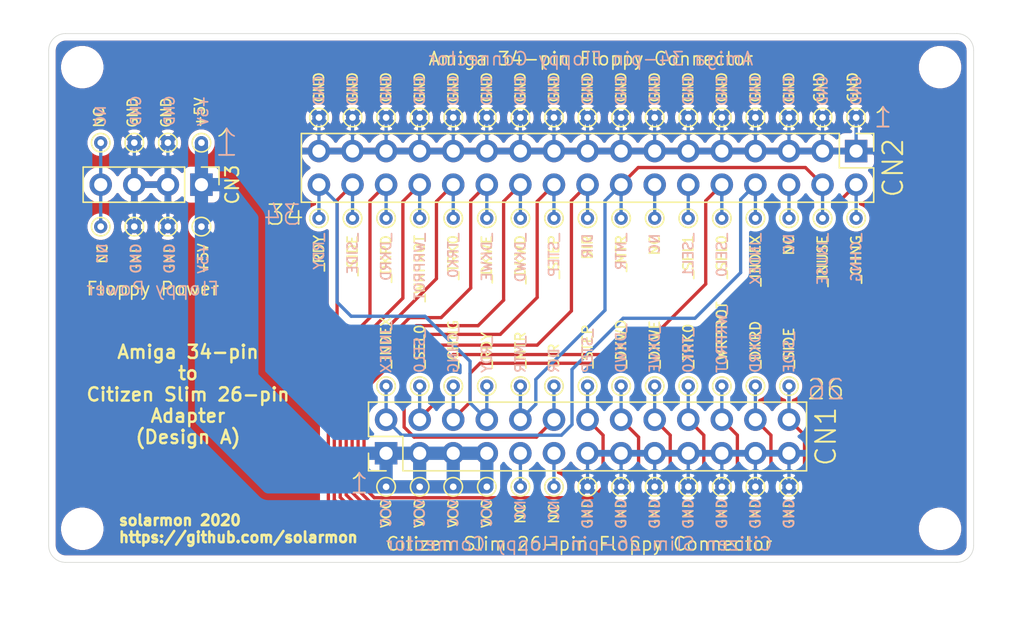
<source format=kicad_pcb>
(kicad_pcb (version 20171130) (host pcbnew "(5.1.2)-2")
  (layers (0 F.Cu signal) (31 B.Cu signal) (34 B.Paste user) (35 F.Paste user) (36 B.SilkS user) (37 F.SilkS user) (38 B.Mask user) (39 F.Mask user) (44 Edge.Cuts user))
  (net 0 "")
  (net 1 /_SIDE)
  (net 2 GND)
  (net 3 /_DKRD)
  (net 4 /_WRPROT)
  (net 5 /_TRK0)
  (net 6 /_DKWE)
  (net 7 /_DKWD)
  (net 8 /_STEP)
  (net 9 /DIR)
  (net 10 "Net-(CN1-Pad11)")
  (net 11 /_INUSE)
  (net 12 "Net-(CN1-Pad9)")
  (net 13 /_RDY)
  (net 14 VCC)
  (net 15 /_CHNG)
  (net 16 /_SEL0)
  (net 17 /_INDEX)
  (net 18 "Net-(CN2-Pad14)")
  (net 19 /_SEL1)
  (net 20 "Net-(CN2-Pad6)")
  (net 21 "Net-(CN3-Pad4)")
  (module TestPoint:TestPoint_THTPad_D1.0mm_Drill0.5mm (layer F.Cu) (at 137.16 118.11)
    (fp_text reference "" hide)
    (fp_text value TestPoint_THTPad_D1.0mm_Drill0.5mm)
    (pad "" thru_hole circle (at 0 0) (size 1 1) (drill 0.5) (layers *.Cu *.Mask) (net 2 GND))
  )
  (module TestPoint:TestPoint_THTPad_D1.0mm_Drill0.5mm (layer F.Cu) (at 139.7 118.11)
    (fp_text reference "" hide)
    (fp_text value TestPoint_THTPad_D1.0mm_Drill0.5mm)
    (pad "" thru_hole circle (at 0 0) (size 1 1) (drill 0.5) (layers *.Cu *.Mask) (net 2 GND))
  )
  (module TestPoint:TestPoint_THTPad_D1.0mm_Drill0.5mm (layer F.Cu) (at 134.62 118.11)
    (fp_text reference "" hide)
    (fp_text value TestPoint_THTPad_D1.0mm_Drill0.5mm)
    (pad "" thru_hole circle (at 0 0) (size 1 1) (drill 0.5) (layers *.Cu *.Mask) (net 2 GND))
  )
  (module TestPoint:TestPoint_THTPad_D1.0mm_Drill0.5mm (layer F.Cu) (at 132.08 118.11)
    (fp_text reference "" hide)
    (fp_text value TestPoint_THTPad_D1.0mm_Drill0.5mm)
    (pad "" thru_hole circle (at 0 0) (size 1 1) (drill 0.5) (layers *.Cu *.Mask) (net 2 GND))
  )
  (module TestPoint:TestPoint_THTPad_D1.0mm_Drill0.5mm (layer F.Cu) (at 142.24 118.11)
    (fp_text reference "" hide)
    (fp_text value TestPoint_THTPad_D1.0mm_Drill0.5mm)
    (pad "" thru_hole circle (at 0 0) (size 1 1) (drill 0.5) (layers *.Cu *.Mask) (net 2 GND))
  )
  (module TestPoint:TestPoint_THTPad_D1.0mm_Drill0.5mm (layer F.Cu) (at 144.78 118.11)
    (fp_text reference "" hide)
    (fp_text value TestPoint_THTPad_D1.0mm_Drill0.5mm)
    (pad "" thru_hole circle (at 0 0) (size 1 1) (drill 0.5) (layers *.Cu *.Mask) (net 2 GND))
  )
  (module TestPoint:TestPoint_THTPad_D1.0mm_Drill0.5mm (layer F.Cu) (at 147.32 118.11)
    (fp_text reference "" hide)
    (fp_text value TestPoint_THTPad_D1.0mm_Drill0.5mm)
    (pad "" thru_hole circle (at 0 0) (size 1 1) (drill 0.5) (layers *.Cu *.Mask) (net 2 GND))
  )
  (module TestPoint:TestPoint_THTPad_D1.0mm_Drill0.5mm (layer F.Cu) (at 129.54 118.11)
    (fp_text reference "" hide)
    (fp_text value TestPoint_THTPad_D1.0mm_Drill0.5mm)
    (pad "" thru_hole circle (at 0 0) (size 1 1) (drill 0.5) (layers *.Cu *.Mask))
  )
  (module TestPoint:TestPoint_THTPad_D1.0mm_Drill0.5mm (layer F.Cu) (at 119.38 118.11)
    (fp_text reference "" hide)
    (fp_text value TestPoint_THTPad_D1.0mm_Drill0.5mm)
    (pad "" thru_hole circle (at 0 0) (size 1 1) (drill 0.5) (layers *.Cu *.Mask) (net 14 VCC))
  )
  (module TestPoint:TestPoint_THTPad_D1.0mm_Drill0.5mm (layer F.Cu) (at 116.84 118.11)
    (fp_text reference "" hide)
    (fp_text value TestPoint_THTPad_D1.0mm_Drill0.5mm)
    (pad "" thru_hole circle (at 0 0) (size 1 1) (drill 0.5) (layers *.Cu *.Mask) (net 14 VCC))
  )
  (module TestPoint:TestPoint_THTPad_D1.0mm_Drill0.5mm (layer F.Cu) (at 121.92 118.11)
    (fp_text reference "" hide)
    (fp_text value TestPoint_THTPad_D1.0mm_Drill0.5mm)
    (pad "" thru_hole circle (at 0 0) (size 1 1) (drill 0.5) (layers *.Cu *.Mask) (net 14 VCC))
  )
  (module TestPoint:TestPoint_THTPad_D1.0mm_Drill0.5mm (layer F.Cu) (at 127 118.11)
    (fp_text reference "" hide)
    (fp_text value TestPoint_THTPad_D1.0mm_Drill0.5mm)
    (pad "" thru_hole circle (at 0 0) (size 1 1) (drill 0.5) (layers *.Cu *.Mask))
  )
  (module TestPoint:TestPoint_THTPad_D1.0mm_Drill0.5mm (layer F.Cu) (at 124.46 118.11)
    (fp_text reference "" hide)
    (fp_text value TestPoint_THTPad_D1.0mm_Drill0.5mm)
    (pad "" thru_hole circle (at 0 0) (size 1 1) (drill 0.5) (layers *.Cu *.Mask) (net 14 VCC))
  )
  (module Connector_PinHeader_2.54mm:PinHeader_2x13_P2.54mm_Vertical (layer F.Cu) (at 116.84 115.57 90)
    (fp_text reference CN1 (at 1.27 33.274 90) (layer F.SilkS) (effects (font (size 1.5 1.5))))
    (fp_text value Conn_02x13_Odd_Even)
    (pad 26 thru_hole oval (at 2.54 30.48 90) (size 1.7 1.7) (drill 1) (layers *.Cu *.Mask) (net 1 /_SIDE))
    (pad 25 thru_hole oval (at 0 30.48 90) (size 1.7 1.7) (drill 1) (layers *.Cu *.Mask) (net 2 GND))
    (pad 24 thru_hole oval (at 2.54 27.94 90) (size 1.7 1.7) (drill 1) (layers *.Cu *.Mask) (net 3 /_DKRD))
    (pad 23 thru_hole oval (at 0 27.94 90) (size 1.7 1.7) (drill 1) (layers *.Cu *.Mask) (net 2 GND))
    (pad 22 thru_hole oval (at 2.54 25.4 90) (size 1.7 1.7) (drill 1) (layers *.Cu *.Mask) (net 4 /_WRPROT))
    (pad 21 thru_hole oval (at 0 25.4 90) (size 1.7 1.7) (drill 1) (layers *.Cu *.Mask) (net 2 GND))
    (pad 20 thru_hole oval (at 2.54 22.86 90) (size 1.7 1.7) (drill 1) (layers *.Cu *.Mask) (net 5 /_TRK0))
    (pad 19 thru_hole oval (at 0 22.86 90) (size 1.7 1.7) (drill 1) (layers *.Cu *.Mask) (net 2 GND))
    (pad 18 thru_hole oval (at 2.54 20.32 90) (size 1.7 1.7) (drill 1) (layers *.Cu *.Mask) (net 6 /_DKWE))
    (pad 17 thru_hole oval (at 0 20.32 90) (size 1.7 1.7) (drill 1) (layers *.Cu *.Mask) (net 2 GND))
    (pad 16 thru_hole oval (at 2.54 17.78 90) (size 1.7 1.7) (drill 1) (layers *.Cu *.Mask) (net 7 /_DKWD))
    (pad 15 thru_hole oval (at 0 17.78 90) (size 1.7 1.7) (drill 1) (layers *.Cu *.Mask) (net 2 GND))
    (pad 14 thru_hole oval (at 2.54 15.24 90) (size 1.7 1.7) (drill 1) (layers *.Cu *.Mask) (net 8 /_STEP))
    (pad 13 thru_hole oval (at 0 15.24 90) (size 1.7 1.7) (drill 1) (layers *.Cu *.Mask) (net 2 GND))
    (pad 12 thru_hole oval (at 2.54 12.7 90) (size 1.7 1.7) (drill 1) (layers *.Cu *.Mask) (net 9 /DIR))
    (pad 11 thru_hole oval (at 0 12.7 90) (size 1.7 1.7) (drill 1) (layers *.Cu *.Mask) (net 10 "Net-(CN1-Pad11)"))
    (pad 10 thru_hole oval (at 2.54 10.16 90) (size 1.7 1.7) (drill 1) (layers *.Cu *.Mask) (net 11 /_INUSE))
    (pad 9 thru_hole oval (at 0 10.16 90) (size 1.7 1.7) (drill 1) (layers *.Cu *.Mask) (net 12 "Net-(CN1-Pad9)"))
    (pad 8 thru_hole oval (at 2.54 7.62 90) (size 1.7 1.7) (drill 1) (layers *.Cu *.Mask) (net 13 /_RDY))
    (pad 7 thru_hole oval (at 0 7.62 90) (size 1.7 1.7) (drill 1) (layers *.Cu *.Mask) (net 14 VCC))
    (pad 6 thru_hole oval (at 2.54 5.08 90) (size 1.7 1.7) (drill 1) (layers *.Cu *.Mask) (net 15 /_CHNG))
    (pad 5 thru_hole oval (at 0 5.08 90) (size 1.7 1.7) (drill 1) (layers *.Cu *.Mask) (net 14 VCC))
    (pad 4 thru_hole oval (at 2.54 2.54 90) (size 1.7 1.7) (drill 1) (layers *.Cu *.Mask) (net 16 /_SEL0))
    (pad 3 thru_hole oval (at 0 2.54 90) (size 1.7 1.7) (drill 1) (layers *.Cu *.Mask) (net 14 VCC))
    (pad 2 thru_hole oval (at 2.54 0 90) (size 1.7 1.7) (drill 1) (layers *.Cu *.Mask) (net 17 /_INDEX))
    (pad 1 thru_hole rect (at 0 0 90) (size 1.7 1.7) (drill 1) (layers *.Cu *.Mask) (net 14 VCC))
  )
  (module TestPoint:TestPoint_THTPad_D1.0mm_Drill0.5mm (layer F.Cu) (at 111.76 90.17)
    (fp_text reference "" hide)
    (fp_text value TestPoint_THTPad_D1.0mm_Drill0.5mm)
    (pad "" thru_hole circle (at 0 0) (size 1 1) (drill 0.5) (layers *.Cu *.Mask) (net 2 GND))
  )
  (module TestPoint:TestPoint_THTPad_D1.0mm_Drill0.5mm (layer F.Cu) (at 114.3 90.17)
    (fp_text reference "" hide)
    (fp_text value TestPoint_THTPad_D1.0mm_Drill0.5mm)
    (pad "" thru_hole circle (at 0 0) (size 1 1) (drill 0.5) (layers *.Cu *.Mask) (net 2 GND))
  )
  (module TestPoint:TestPoint_THTPad_D1.0mm_Drill0.5mm (layer F.Cu) (at 116.84 90.17)
    (fp_text reference "" hide)
    (fp_text value TestPoint_THTPad_D1.0mm_Drill0.5mm)
    (pad "" thru_hole circle (at 0 0) (size 1 1) (drill 0.5) (layers *.Cu *.Mask) (net 2 GND))
  )
  (module TestPoint:TestPoint_THTPad_D1.0mm_Drill0.5mm (layer F.Cu) (at 119.38 90.17)
    (fp_text reference "" hide)
    (fp_text value TestPoint_THTPad_D1.0mm_Drill0.5mm)
    (pad "" thru_hole circle (at 0 0) (size 1 1) (drill 0.5) (layers *.Cu *.Mask) (net 2 GND))
  )
  (module TestPoint:TestPoint_THTPad_D1.0mm_Drill0.5mm (layer F.Cu) (at 121.92 90.17)
    (fp_text reference "" hide)
    (fp_text value TestPoint_THTPad_D1.0mm_Drill0.5mm)
    (pad "" thru_hole circle (at 0 0) (size 1 1) (drill 0.5) (layers *.Cu *.Mask) (net 2 GND))
  )
  (module TestPoint:TestPoint_THTPad_D1.0mm_Drill0.5mm (layer F.Cu) (at 124.46 90.17)
    (fp_text reference "" hide)
    (fp_text value TestPoint_THTPad_D1.0mm_Drill0.5mm)
    (pad "" thru_hole circle (at 0 0) (size 1 1) (drill 0.5) (layers *.Cu *.Mask) (net 2 GND))
  )
  (module TestPoint:TestPoint_THTPad_D1.0mm_Drill0.5mm (layer F.Cu) (at 127 90.17)
    (fp_text reference "" hide)
    (fp_text value TestPoint_THTPad_D1.0mm_Drill0.5mm)
    (pad "" thru_hole circle (at 0 0) (size 1 1) (drill 0.5) (layers *.Cu *.Mask) (net 2 GND))
  )
  (module TestPoint:TestPoint_THTPad_D1.0mm_Drill0.5mm (layer F.Cu) (at 129.54 90.17)
    (fp_text reference "" hide)
    (fp_text value TestPoint_THTPad_D1.0mm_Drill0.5mm)
    (pad "" thru_hole circle (at 0 0) (size 1 1) (drill 0.5) (layers *.Cu *.Mask) (net 2 GND))
  )
  (module TestPoint:TestPoint_THTPad_D1.0mm_Drill0.5mm (layer F.Cu) (at 132.08 90.17)
    (fp_text reference "" hide)
    (fp_text value TestPoint_THTPad_D1.0mm_Drill0.5mm)
    (pad "" thru_hole circle (at 0 0) (size 1 1) (drill 0.5) (layers *.Cu *.Mask) (net 2 GND))
  )
  (module TestPoint:TestPoint_THTPad_D1.0mm_Drill0.5mm (layer F.Cu) (at 134.62 90.17)
    (fp_text reference "" hide)
    (fp_text value TestPoint_THTPad_D1.0mm_Drill0.5mm)
    (pad "" thru_hole circle (at 0 0) (size 1 1) (drill 0.5) (layers *.Cu *.Mask) (net 2 GND))
  )
  (module TestPoint:TestPoint_THTPad_D1.0mm_Drill0.5mm (layer F.Cu) (at 137.16 90.17)
    (fp_text reference "" hide)
    (fp_text value TestPoint_THTPad_D1.0mm_Drill0.5mm)
    (pad "" thru_hole circle (at 0 0) (size 1 1) (drill 0.5) (layers *.Cu *.Mask) (net 2 GND))
  )
  (module TestPoint:TestPoint_THTPad_D1.0mm_Drill0.5mm (layer F.Cu) (at 139.7 90.17)
    (fp_text reference "" hide)
    (fp_text value TestPoint_THTPad_D1.0mm_Drill0.5mm)
    (pad "" thru_hole circle (at 0 0) (size 1 1) (drill 0.5) (layers *.Cu *.Mask) (net 2 GND))
  )
  (module TestPoint:TestPoint_THTPad_D1.0mm_Drill0.5mm (layer F.Cu) (at 142.24 90.17)
    (fp_text reference "" hide)
    (fp_text value TestPoint_THTPad_D1.0mm_Drill0.5mm)
    (pad "" thru_hole circle (at 0 0) (size 1 1) (drill 0.5) (layers *.Cu *.Mask) (net 2 GND))
  )
  (module TestPoint:TestPoint_THTPad_D1.0mm_Drill0.5mm (layer F.Cu) (at 144.78 90.17)
    (fp_text reference "" hide)
    (fp_text value TestPoint_THTPad_D1.0mm_Drill0.5mm)
    (pad "" thru_hole circle (at 0 0) (size 1 1) (drill 0.5) (layers *.Cu *.Mask) (net 2 GND))
  )
  (module TestPoint:TestPoint_THTPad_D1.0mm_Drill0.5mm (layer F.Cu) (at 147.32 110.49)
    (fp_text reference "" hide)
    (fp_text value TestPoint_THTPad_D1.0mm_Drill0.5mm)
    (pad "" thru_hole circle (at 0 0) (size 1 1) (drill 0.5) (layers *.Cu *.Mask) (net 1 /_SIDE))
  )
  (module TestPoint:TestPoint_THTPad_D1.0mm_Drill0.5mm (layer F.Cu) (at 144.78 110.49)
    (fp_text reference "" hide)
    (fp_text value TestPoint_THTPad_D1.0mm_Drill0.5mm)
    (pad "" thru_hole circle (at 0 0) (size 1 1) (drill 0.5) (layers *.Cu *.Mask) (net 3 /_DKRD))
  )
  (module TestPoint:TestPoint_THTPad_D1.0mm_Drill0.5mm (layer F.Cu) (at 142.24 110.49)
    (fp_text reference "" hide)
    (fp_text value TestPoint_THTPad_D1.0mm_Drill0.5mm)
    (pad "" thru_hole circle (at 0 0) (size 1 1) (drill 0.5) (layers *.Cu *.Mask) (net 4 /_WRPROT))
  )
  (module TestPoint:TestPoint_THTPad_D1.0mm_Drill0.5mm (layer F.Cu) (at 139.7 110.49)
    (fp_text reference "" hide)
    (fp_text value TestPoint_THTPad_D1.0mm_Drill0.5mm)
    (pad "" thru_hole circle (at 0 0) (size 1 1) (drill 0.5) (layers *.Cu *.Mask) (net 5 /_TRK0))
  )
  (module TestPoint:TestPoint_THTPad_D1.0mm_Drill0.5mm (layer F.Cu) (at 137.16 110.49)
    (fp_text reference "" hide)
    (fp_text value TestPoint_THTPad_D1.0mm_Drill0.5mm)
    (pad "" thru_hole circle (at 0 0) (size 1 1) (drill 0.5) (layers *.Cu *.Mask) (net 6 /_DKWE))
  )
  (module TestPoint:TestPoint_THTPad_D1.0mm_Drill0.5mm (layer F.Cu) (at 134.62 110.49)
    (fp_text reference "" hide)
    (fp_text value TestPoint_THTPad_D1.0mm_Drill0.5mm)
    (pad "" thru_hole circle (at 0 0) (size 1 1) (drill 0.5) (layers *.Cu *.Mask) (net 7 /_DKWD))
  )
  (module TestPoint:TestPoint_THTPad_D1.0mm_Drill0.5mm (layer F.Cu) (at 132.08 110.49)
    (fp_text reference "" hide)
    (fp_text value TestPoint_THTPad_D1.0mm_Drill0.5mm)
    (pad "" thru_hole circle (at 0 0) (size 1 1) (drill 0.5) (layers *.Cu *.Mask) (net 8 /_STEP))
  )
  (module TestPoint:TestPoint_THTPad_D1.0mm_Drill0.5mm (layer F.Cu) (at 129.54 110.49)
    (fp_text reference "" hide)
    (fp_text value TestPoint_THTPad_D1.0mm_Drill0.5mm)
    (pad "" thru_hole circle (at 0 0) (size 1 1) (drill 0.5) (layers *.Cu *.Mask) (net 9 /DIR))
  )
  (module TestPoint:TestPoint_THTPad_D1.0mm_Drill0.5mm (layer F.Cu) (at 127 110.49)
    (fp_text reference "" hide)
    (fp_text value TestPoint_THTPad_D1.0mm_Drill0.5mm)
    (pad "" thru_hole circle (at 0 0) (size 1 1) (drill 0.5) (layers *.Cu *.Mask) (net 11 /_INUSE))
  )
  (module TestPoint:TestPoint_THTPad_D1.0mm_Drill0.5mm (layer F.Cu) (at 124.46 110.49)
    (fp_text reference "" hide)
    (fp_text value TestPoint_THTPad_D1.0mm_Drill0.5mm)
    (pad "" thru_hole circle (at 0 0) (size 1 1) (drill 0.5) (layers *.Cu *.Mask) (net 13 /_RDY))
  )
  (module TestPoint:TestPoint_THTPad_D1.0mm_Drill0.5mm (layer F.Cu) (at 121.92 110.49)
    (fp_text reference "" hide)
    (fp_text value TestPoint_THTPad_D1.0mm_Drill0.5mm)
    (pad "" thru_hole circle (at 0 0) (size 1 1) (drill 0.5) (layers *.Cu *.Mask) (net 15 /_CHNG))
  )
  (module TestPoint:TestPoint_THTPad_D1.0mm_Drill0.5mm (layer F.Cu) (at 119.38 110.49)
    (fp_text reference "" hide)
    (fp_text value TestPoint_THTPad_D1.0mm_Drill0.5mm)
    (pad "" thru_hole circle (at 0 0) (size 1 1) (drill 0.5) (layers *.Cu *.Mask) (net 16 /_SEL0))
  )
  (module TestPoint:TestPoint_THTPad_D1.0mm_Drill0.5mm (layer F.Cu) (at 116.84 110.49)
    (fp_text reference "" hide)
    (fp_text value TestPoint_THTPad_D1.0mm_Drill0.5mm)
    (pad "" thru_hole circle (at 0 0) (size 1 1) (drill 0.5) (layers *.Cu *.Mask) (net 17 /_INDEX))
  )
  (module TestPoint:TestPoint_THTPad_D1.0mm_Drill0.5mm (layer F.Cu) (at 102.87 98.425)
    (fp_text reference "" hide)
    (fp_text value TestPoint_THTPad_D1.0mm_Drill0.5mm)
    (pad "" thru_hole circle (at 0 0) (size 1 1) (drill 0.5) (layers *.Cu *.Mask) (net 14 VCC))
  )
  (module TestPoint:TestPoint_THTPad_D1.0mm_Drill0.5mm (layer F.Cu) (at 100.33 98.425)
    (fp_text reference "" hide)
    (fp_text value TestPoint_THTPad_D1.0mm_Drill0.5mm)
    (pad "" thru_hole circle (at 0 0) (size 1 1) (drill 0.5) (layers *.Cu *.Mask) (net 2 GND))
  )
  (module TestPoint:TestPoint_THTPad_D1.0mm_Drill0.5mm (layer F.Cu) (at 97.79 98.425)
    (fp_text reference "" hide)
    (fp_text value TestPoint_THTPad_D1.0mm_Drill0.5mm)
    (pad "" thru_hole circle (at 0 0) (size 1 1) (drill 0.5) (layers *.Cu *.Mask) (net 2 GND))
  )
  (module TestPoint:TestPoint_THTPad_D1.0mm_Drill0.5mm (layer F.Cu) (at 95.25 98.425)
    (fp_text reference "" hide)
    (fp_text value TestPoint_THTPad_D1.0mm_Drill0.5mm)
    (pad "" thru_hole circle (at 0 0) (size 1 1) (drill 0.5) (layers *.Cu *.Mask) (net 21 "Net-(CN3-Pad4)"))
  )
  (module TestPoint:TestPoint_THTPad_D1.0mm_Drill0.5mm (layer F.Cu) (at 95.25 92.075)
    (fp_text reference "" hide)
    (fp_text value TestPoint_THTPad_D1.0mm_Drill0.5mm)
    (pad "" thru_hole circle (at 0 0) (size 1 1) (drill 0.5) (layers *.Cu *.Mask) (net 21 "Net-(CN3-Pad4)"))
  )
  (module TestPoint:TestPoint_THTPad_D1.0mm_Drill0.5mm (layer F.Cu) (at 102.87 92.075)
    (fp_text reference "" hide)
    (fp_text value TestPoint_THTPad_D1.0mm_Drill0.5mm)
    (pad "" thru_hole circle (at 0 0) (size 1 1) (drill 0.5) (layers *.Cu *.Mask) (net 14 VCC))
  )
  (module TestPoint:TestPoint_THTPad_D1.0mm_Drill0.5mm (layer F.Cu) (at 100.33 92.075)
    (fp_text reference "" hide)
    (fp_text value TestPoint_THTPad_D1.0mm_Drill0.5mm)
    (pad "" thru_hole circle (at 0 0) (size 1 1) (drill 0.5) (layers *.Cu *.Mask) (net 2 GND))
  )
  (module TestPoint:TestPoint_THTPad_D1.0mm_Drill0.5mm (layer F.Cu) (at 97.79 92.075)
    (fp_text reference "" hide)
    (fp_text value TestPoint_THTPad_D1.0mm_Drill0.5mm)
    (pad "" thru_hole circle (at 0 0) (size 1 1) (drill 0.5) (layers *.Cu *.Mask) (net 2 GND))
  )
  (module TestPoint:TestPoint_THTPad_D1.0mm_Drill0.5mm (layer F.Cu) (at 147.32 90.17)
    (fp_text reference "" hide)
    (fp_text value TestPoint_THTPad_D1.0mm_Drill0.5mm)
    (pad "" thru_hole circle (at 0 0) (size 1 1) (drill 0.5) (layers *.Cu *.Mask) (net 2 GND))
  )
  (module TestPoint:TestPoint_THTPad_D1.0mm_Drill0.5mm (layer F.Cu) (at 149.86 90.17)
    (fp_text reference "" hide)
    (fp_text value TestPoint_THTPad_D1.0mm_Drill0.5mm)
    (pad "" thru_hole circle (at 0 0) (size 1 1) (drill 0.5) (layers *.Cu *.Mask) (net 2 GND))
  )
  (module TestPoint:TestPoint_THTPad_D1.0mm_Drill0.5mm (layer F.Cu) (at 152.4 90.17)
    (fp_text reference "" hide)
    (fp_text value TestPoint_THTPad_D1.0mm_Drill0.5mm)
    (pad "" thru_hole circle (at 0 0) (size 1 1) (drill 0.5) (layers *.Cu *.Mask) (net 2 GND))
  )
  (module TestPoint:TestPoint_THTPad_D1.0mm_Drill0.5mm (layer F.Cu) (at 111.76 97.79)
    (fp_text reference "" hide)
    (fp_text value TestPoint_THTPad_D1.0mm_Drill0.5mm)
    (pad "" thru_hole circle (at 0 0) (size 1 1) (drill 0.5) (layers *.Cu *.Mask) (net 13 /_RDY))
  )
  (module TestPoint:TestPoint_THTPad_D1.0mm_Drill0.5mm (layer F.Cu) (at 114.3 97.79 90)
    (fp_text reference "" hide)
    (fp_text value TestPoint_THTPad_D1.0mm_Drill0.5mm)
    (pad "" thru_hole circle (at 0 0 90) (size 1 1) (drill 0.5) (layers *.Cu *.Mask) (net 1 /_SIDE))
  )
  (module TestPoint:TestPoint_THTPad_D1.0mm_Drill0.5mm (layer F.Cu) (at 116.84 97.79)
    (fp_text reference "" hide)
    (fp_text value TestPoint_THTPad_D1.0mm_Drill0.5mm)
    (pad "" thru_hole circle (at 0 0) (size 1 1) (drill 0.5) (layers *.Cu *.Mask) (net 3 /_DKRD))
  )
  (module TestPoint:TestPoint_THTPad_D1.0mm_Drill0.5mm (layer F.Cu) (at 119.38 97.79)
    (fp_text reference "" hide)
    (fp_text value TestPoint_THTPad_D1.0mm_Drill0.5mm)
    (pad "" thru_hole circle (at 0 0) (size 1 1) (drill 0.5) (layers *.Cu *.Mask) (net 4 /_WRPROT))
  )
  (module TestPoint:TestPoint_THTPad_D1.0mm_Drill0.5mm (layer F.Cu) (at 121.92 97.79)
    (fp_text reference "" hide)
    (fp_text value TestPoint_THTPad_D1.0mm_Drill0.5mm)
    (pad "" thru_hole circle (at 0 0) (size 1 1) (drill 0.5) (layers *.Cu *.Mask) (net 5 /_TRK0))
  )
  (module TestPoint:TestPoint_THTPad_D1.0mm_Drill0.5mm (layer F.Cu) (at 124.46 97.79)
    (fp_text reference "" hide)
    (fp_text value TestPoint_THTPad_D1.0mm_Drill0.5mm)
    (pad "" thru_hole circle (at 0 0) (size 1 1) (drill 0.5) (layers *.Cu *.Mask) (net 6 /_DKWE))
  )
  (module TestPoint:TestPoint_THTPad_D1.0mm_Drill0.5mm (layer F.Cu) (at 127 97.79)
    (fp_text reference "" hide)
    (fp_text value TestPoint_THTPad_D1.0mm_Drill0.5mm)
    (pad "" thru_hole circle (at 0 0) (size 1 1) (drill 0.5) (layers *.Cu *.Mask))
  )
  (module TestPoint:TestPoint_THTPad_D1.0mm_Drill0.5mm (layer F.Cu) (at 129.54 97.79)
    (fp_text reference "" hide)
    (fp_text value TestPoint_THTPad_D1.0mm_Drill0.5mm)
    (pad "" thru_hole circle (at 0 0) (size 1 1) (drill 0.5) (layers *.Cu *.Mask) (net 8 /_STEP))
  )
  (module TestPoint:TestPoint_THTPad_D1.0mm_Drill0.5mm (layer F.Cu) (at 132.08 97.79)
    (fp_text reference "" hide)
    (fp_text value TestPoint_THTPad_D1.0mm_Drill0.5mm)
    (pad "" thru_hole circle (at 0 0) (size 1 1) (drill 0.5) (layers *.Cu *.Mask) (net 9 /DIR))
  )
  (module TestPoint:TestPoint_THTPad_D1.0mm_Drill0.5mm (layer F.Cu) (at 134.62 97.79)
    (fp_text reference "" hide)
    (fp_text value TestPoint_THTPad_D1.0mm_Drill0.5mm)
    (pad "" thru_hole circle (at 0 0) (size 1 1) (drill 0.5) (layers *.Cu *.Mask) (net 11 /_INUSE))
  )
  (module TestPoint:TestPoint_THTPad_D1.0mm_Drill0.5mm (layer F.Cu) (at 137.16 97.79)
    (fp_text reference "" hide)
    (fp_text value TestPoint_THTPad_D1.0mm_Drill0.5mm)
    (pad "" thru_hole circle (at 0 0) (size 1 1) (drill 0.5) (layers *.Cu *.Mask) (net 18 "Net-(CN2-Pad14)"))
  )
  (module TestPoint:TestPoint_THTPad_D1.0mm_Drill0.5mm (layer F.Cu) (at 139.7 97.79)
    (fp_text reference "" hide)
    (fp_text value TestPoint_THTPad_D1.0mm_Drill0.5mm)
    (pad "" thru_hole circle (at 0 0) (size 1 1) (drill 0.5) (layers *.Cu *.Mask) (net 19 /_SEL1))
  )
  (module TestPoint:TestPoint_THTPad_D1.0mm_Drill0.5mm (layer F.Cu) (at 142.24 97.79)
    (fp_text reference "" hide)
    (fp_text value TestPoint_THTPad_D1.0mm_Drill0.5mm)
    (pad "" thru_hole circle (at 0 0) (size 1 1) (drill 0.5) (layers *.Cu *.Mask) (net 16 /_SEL0))
  )
  (module TestPoint:TestPoint_THTPad_D1.0mm_Drill0.5mm (layer F.Cu) (at 144.78 97.79)
    (fp_text reference "" hide)
    (fp_text value TestPoint_THTPad_D1.0mm_Drill0.5mm)
    (pad "" thru_hole circle (at 0 0) (size 1 1) (drill 0.5) (layers *.Cu *.Mask) (net 17 /_INDEX))
  )
  (module TestPoint:TestPoint_THTPad_D1.0mm_Drill0.5mm (layer F.Cu) (at 147.32 97.79)
    (fp_text reference "" hide)
    (fp_text value TestPoint_THTPad_D1.0mm_Drill0.5mm)
    (pad "" thru_hole circle (at 0 0) (size 1 1) (drill 0.5) (layers *.Cu *.Mask) (net 20 "Net-(CN2-Pad6)"))
  )
  (module TestPoint:TestPoint_THTPad_D1.0mm_Drill0.5mm (layer F.Cu) (at 149.86 97.79)
    (fp_text reference "" hide)
    (fp_text value TestPoint_THTPad_D1.0mm_Drill0.5mm)
    (pad "" thru_hole circle (at 0 0) (size 1 1) (drill 0.5) (layers *.Cu *.Mask) (net 11 /_INUSE))
  )
  (module TestPoint:TestPoint_THTPad_D1.0mm_Drill0.5mm (layer F.Cu) (at 152.4 97.79)
    (fp_text reference "" hide)
    (fp_text value TestPoint_THTPad_D1.0mm_Drill0.5mm)
    (pad "" thru_hole circle (at 0 0) (size 1 1) (drill 0.5) (layers *.Cu *.Mask) (net 15 /_CHNG))
  )
  (module Connector_PinHeader_2.54mm:PinHeader_2x17_P2.54mm_Vertical (layer F.Cu) (at 152.4 92.71 270)
    (fp_text reference CN2 (at 1.27 -2.794 90) (layer F.SilkS) (effects (font (size 1.5 1.5))))
    (fp_text value Conn_02x17_Odd_Even)
    (pad 34 thru_hole oval (at 2.54 40.64 270) (size 1.7 1.7) (drill 1) (layers *.Cu *.Mask) (net 13 /_RDY))
    (pad 33 thru_hole oval (at 0 40.64 270) (size 1.7 1.7) (drill 1) (layers *.Cu *.Mask) (net 2 GND))
    (pad 32 thru_hole oval (at 2.54 38.1 270) (size 1.7 1.7) (drill 1) (layers *.Cu *.Mask) (net 1 /_SIDE))
    (pad 31 thru_hole oval (at 0 38.1 270) (size 1.7 1.7) (drill 1) (layers *.Cu *.Mask) (net 2 GND))
    (pad 30 thru_hole oval (at 2.54 35.56 270) (size 1.7 1.7) (drill 1) (layers *.Cu *.Mask) (net 3 /_DKRD))
    (pad 29 thru_hole oval (at 0 35.56 270) (size 1.7 1.7) (drill 1) (layers *.Cu *.Mask) (net 2 GND))
    (pad 28 thru_hole oval (at 2.54 33.02 270) (size 1.7 1.7) (drill 1) (layers *.Cu *.Mask) (net 4 /_WRPROT))
    (pad 27 thru_hole oval (at 0 33.02 270) (size 1.7 1.7) (drill 1) (layers *.Cu *.Mask) (net 2 GND))
    (pad 26 thru_hole oval (at 2.54 30.48 270) (size 1.7 1.7) (drill 1) (layers *.Cu *.Mask) (net 5 /_TRK0))
    (pad 25 thru_hole oval (at 0 30.48 270) (size 1.7 1.7) (drill 1) (layers *.Cu *.Mask) (net 2 GND))
    (pad 24 thru_hole oval (at 2.54 27.94 270) (size 1.7 1.7) (drill 1) (layers *.Cu *.Mask) (net 6 /_DKWE))
    (pad 23 thru_hole oval (at 0 27.94 270) (size 1.7 1.7) (drill 1) (layers *.Cu *.Mask) (net 2 GND))
    (pad 22 thru_hole oval (at 2.54 25.4 270) (size 1.7 1.7) (drill 1) (layers *.Cu *.Mask) (net 7 /_DKWD))
    (pad 21 thru_hole oval (at 0 25.4 270) (size 1.7 1.7) (drill 1) (layers *.Cu *.Mask) (net 2 GND))
    (pad 20 thru_hole oval (at 2.54 22.86 270) (size 1.7 1.7) (drill 1) (layers *.Cu *.Mask) (net 8 /_STEP))
    (pad 19 thru_hole oval (at 0 22.86 270) (size 1.7 1.7) (drill 1) (layers *.Cu *.Mask) (net 2 GND))
    (pad 18 thru_hole oval (at 2.54 20.32 270) (size 1.7 1.7) (drill 1) (layers *.Cu *.Mask) (net 9 /DIR))
    (pad 17 thru_hole oval (at 0 20.32 270) (size 1.7 1.7) (drill 1) (layers *.Cu *.Mask) (net 2 GND))
    (pad 16 thru_hole oval (at 2.54 17.78 270) (size 1.7 1.7) (drill 1) (layers *.Cu *.Mask) (net 11 /_INUSE))
    (pad 15 thru_hole oval (at 0 17.78 270) (size 1.7 1.7) (drill 1) (layers *.Cu *.Mask) (net 2 GND))
    (pad 14 thru_hole oval (at 2.54 15.24 270) (size 1.7 1.7) (drill 1) (layers *.Cu *.Mask) (net 18 "Net-(CN2-Pad14)"))
    (pad 13 thru_hole oval (at 0 15.24 270) (size 1.7 1.7) (drill 1) (layers *.Cu *.Mask) (net 2 GND))
    (pad 12 thru_hole oval (at 2.54 12.7 270) (size 1.7 1.7) (drill 1) (layers *.Cu *.Mask) (net 19 /_SEL1))
    (pad 11 thru_hole oval (at 0 12.7 270) (size 1.7 1.7) (drill 1) (layers *.Cu *.Mask) (net 2 GND))
    (pad 10 thru_hole oval (at 2.54 10.16 270) (size 1.7 1.7) (drill 1) (layers *.Cu *.Mask) (net 16 /_SEL0))
    (pad 9 thru_hole oval (at 0 10.16 270) (size 1.7 1.7) (drill 1) (layers *.Cu *.Mask) (net 2 GND))
    (pad 8 thru_hole oval (at 2.54 7.62 270) (size 1.7 1.7) (drill 1) (layers *.Cu *.Mask) (net 17 /_INDEX))
    (pad 7 thru_hole oval (at 0 7.62 270) (size 1.7 1.7) (drill 1) (layers *.Cu *.Mask) (net 2 GND))
    (pad 6 thru_hole oval (at 2.54 5.08 270) (size 1.7 1.7) (drill 1) (layers *.Cu *.Mask) (net 20 "Net-(CN2-Pad6)"))
    (pad 5 thru_hole oval (at 0 5.08 270) (size 1.7 1.7) (drill 1) (layers *.Cu *.Mask) (net 2 GND))
    (pad 4 thru_hole oval (at 2.54 2.54 270) (size 1.7 1.7) (drill 1) (layers *.Cu *.Mask) (net 11 /_INUSE))
    (pad 3 thru_hole oval (at 0 2.54 270) (size 1.7 1.7) (drill 1) (layers *.Cu *.Mask) (net 2 GND))
    (pad 2 thru_hole oval (at 2.54 0 270) (size 1.7 1.7) (drill 1) (layers *.Cu *.Mask) (net 15 /_CHNG))
    (pad 1 thru_hole rect (at 0 0 270) (size 1.7 1.7) (drill 1) (layers *.Cu *.Mask) (net 2 GND))
  )
  (module Connector_PinHeader_2.54mm:PinHeader_1x04_P2.54mm_Vertical (layer F.Cu) (at 102.87 95.25 270)
    (fp_text reference CN3 (at 0 -2.33 90) (layer F.SilkS))
    (fp_text value Conn_01x04)
    (pad 4 thru_hole oval (at 0 7.62 270) (size 1.7 1.7) (drill 1) (layers *.Cu *.Mask) (net 21 "Net-(CN3-Pad4)"))
    (pad 3 thru_hole oval (at 0 5.08 270) (size 1.7 1.7) (drill 1) (layers *.Cu *.Mask) (net 2 GND))
    (pad 2 thru_hole oval (at 0 2.54 270) (size 1.7 1.7) (drill 1) (layers *.Cu *.Mask) (net 2 GND))
    (pad 1 thru_hole rect (at 0 0 270) (size 1.7 1.7) (drill 1) (layers *.Cu *.Mask) (net 14 VCC))
  )
  (module MountingHole:MountingHole_2.2mm_M2 (layer F.Cu) (at 93.853 86.36)
    (fp_text reference "" hide)
    (fp_text value MountingHole_2.2mm_M2)
    (pad "" np_thru_hole circle (at 0 0) (size 2.2 2.2) (drill 2.2) (layers *.Cu *.Mask))
  )
  (module MountingHole:MountingHole_2.2mm_M2 (layer F.Cu) (at 93.853 121.285)
    (fp_text reference "" hide)
    (fp_text value MountingHole_2.2mm_M2)
    (pad 1 np_thru_hole circle (at 0 0) (size 2.2 2.2) (drill 2.2) (layers *.Cu *.Mask))
  )
  (module MountingHole:MountingHole_2.2mm_M2 (layer F.Cu) (at 158.75 121.285)
    (fp_text reference "" hide)
    (fp_text value MountingHole_2.2mm_M2)
    (pad "" np_thru_hole circle (at 0 0) (size 2.2 2.2) (drill 2.2) (layers *.Cu *.Mask))
  )
  (module MountingHole:MountingHole_2.2mm_M2 (layer F.Cu) (at 158.75 86.36)
    (fp_text reference "" hide)
    (fp_text value MountingHole_2.2mm_M2)
    (pad 1 np_thru_hole circle (at 0 0) (size 2.2 2.2) (drill 2.2) (layers *.Cu *.Mask))
  )
  (gr_text GND (at 147.32 120.142 90) (layer B.SilkS) (effects (font (size 0.75 0.75) (thickness 0.125)) (justify mirror)))
  (gr_text GND (at 144.78 120.142 90) (layer B.SilkS) (effects (font (size 0.75 0.75) (thickness 0.125)) (justify mirror)))
  (gr_text GND (at 142.24 120.142 90) (layer B.SilkS) (effects (font (size 0.75 0.75) (thickness 0.125)) (justify mirror)))
  (gr_text GND (at 139.7 120.142 90) (layer B.SilkS) (effects (font (size 0.75 0.75) (thickness 0.125)) (justify mirror)))
  (gr_text GND (at 137.16 120.142 90) (layer B.SilkS) (effects (font (size 0.75 0.75) (thickness 0.125)) (justify mirror)))
  (gr_text GND (at 134.62 120.142 90) (layer B.SilkS) (effects (font (size 0.75 0.75) (thickness 0.125)) (justify mirror)))
  (gr_text VCC (at 124.46 120.094381 90) (layer B.SilkS) (effects (font (size 0.75 0.75) (thickness 0.125)) (justify mirror)))
  (gr_text VCC (at 121.92 120.094381 90) (layer B.SilkS) (effects (font (size 0.75 0.75) (thickness 0.125)) (justify mirror)))
  (gr_text VCC (at 119.38 120.094381 90) (layer B.SilkS) (effects (font (size 0.75 0.75) (thickness 0.125)) (justify mirror)))
  (gr_text GND (at 152.4 88.138 90) (layer B.SilkS) (effects (font (size 0.75 0.75) (thickness 0.125)) (justify mirror)))
  (gr_text GND (at 149.86 88.138 90) (layer B.SilkS) (effects (font (size 0.75 0.75) (thickness 0.125)) (justify mirror)))
  (gr_text GND (at 147.32 88.138 90) (layer B.SilkS) (effects (font (size 0.75 0.75) (thickness 0.125)) (justify mirror)))
  (gr_text GND (at 144.78 88.138 90) (layer B.SilkS) (effects (font (size 0.75 0.75) (thickness 0.125)) (justify mirror)))
  (gr_text GND (at 142.24 88.138 90) (layer B.SilkS) (effects (font (size 0.75 0.75) (thickness 0.125)) (justify mirror)))
  (gr_text GND (at 139.7 88.138 90) (layer B.SilkS) (effects (font (size 0.75 0.75) (thickness 0.125)) (justify mirror)))
  (gr_text GND (at 137.16 88.138 90) (layer B.SilkS) (effects (font (size 0.75 0.75) (thickness 0.125)) (justify mirror)))
  (gr_text GND (at 134.62 88.138 90) (layer B.SilkS) (effects (font (size 0.75 0.75) (thickness 0.125)) (justify mirror)))
  (gr_text GND (at 132.08 88.138 90) (layer B.SilkS) (effects (font (size 0.75 0.75) (thickness 0.125)) (justify mirror)))
  (gr_text GND (at 129.54 88.138 90) (layer B.SilkS) (effects (font (size 0.75 0.75) (thickness 0.125)) (justify mirror)))
  (gr_text GND (at 127 88.138 90) (layer B.SilkS) (effects (font (size 0.75 0.75) (thickness 0.125)) (justify mirror)))
  (gr_text GND (at 124.46 88.138 90) (layer B.SilkS) (effects (font (size 0.75 0.75) (thickness 0.125)) (justify mirror)))
  (gr_text GND (at 121.92 88.138 90) (layer B.SilkS) (effects (font (size 0.75 0.75) (thickness 0.125)) (justify mirror)))
  (gr_text GND (at 119.38 88.138 90) (layer B.SilkS) (effects (font (size 0.75 0.75) (thickness 0.125)) (justify mirror)))
  (gr_text GND (at 116.84 88.138 90) (layer B.SilkS) (effects (font (size 0.75 0.75) (thickness 0.125)) (justify mirror)))
  (gr_text GND (at 114.3 88.138 90) (layer B.SilkS) (effects (font (size 0.75 0.75) (thickness 0.125)) (justify mirror)))
  (gr_text GND (at 111.76 88.138 90) (layer B.SilkS) (effects (font (size 0.75 0.75) (thickness 0.125)) (justify mirror)))
  (gr_text GND (at 149.606 87.884 90) (layer F.SilkS) (effects (font (size 0.75 0.75) (thickness 0.125))))
  (gr_text GND (at 152.146 87.884 90) (layer F.SilkS) (effects (font (size 0.75 0.75) (thickness 0.125))))
  (gr_text GND (at 142.24 87.884 90) (layer F.SilkS) (effects (font (size 0.75 0.75) (thickness 0.125))))
  (gr_text GND (at 144.78 87.884 90) (layer F.SilkS) (effects (font (size 0.75 0.75) (thickness 0.125))))
  (gr_text GND (at 147.32 87.884 90) (layer F.SilkS) (effects (font (size 0.75 0.75) (thickness 0.125))))
  (gr_text GND (at 134.62 87.884 90) (layer F.SilkS) (effects (font (size 0.75 0.75) (thickness 0.125))))
  (gr_text GND (at 139.7 87.884 90) (layer F.SilkS) (effects (font (size 0.75 0.75) (thickness 0.125))))
  (gr_text GND (at 137.16 87.884 90) (layer F.SilkS) (effects (font (size 0.75 0.75) (thickness 0.125))))
  (gr_text GND (at 127 87.884 90) (layer F.SilkS) (effects (font (size 0.75 0.75) (thickness 0.125))))
  (gr_text GND (at 132.08 87.884 90) (layer F.SilkS) (effects (font (size 0.75 0.75) (thickness 0.125))))
  (gr_text GND (at 129.54 87.884 90) (layer F.SilkS) (effects (font (size 0.75 0.75) (thickness 0.125))))
  (gr_text GND (at 119.38 87.884 90) (layer F.SilkS) (effects (font (size 0.75 0.75) (thickness 0.125))))
  (gr_text GND (at 121.92 87.884 90) (layer F.SilkS) (effects (font (size 0.75 0.75) (thickness 0.125))))
  (gr_text GND (at 124.46 87.884 90) (layer F.SilkS) (effects (font (size 0.75 0.75) (thickness 0.125))))
  (gr_text GND (at 116.84 87.884 90) (layer F.SilkS) (effects (font (size 0.75 0.75) (thickness 0.125))))
  (gr_text GND (at 114.3 87.884 90) (layer F.SilkS) (effects (font (size 0.75 0.75) (thickness 0.125))))
  (gr_text GND (at 111.76 87.884 90) (layer F.SilkS) (effects (font (size 0.75 0.75) (thickness 0.125))))
  (gr_text GND (at 147.32 120.142 90) (layer F.SilkS) (effects (font (size 0.75 0.75) (thickness 0.125))))
  (gr_text GND (at 144.78 120.142 90) (layer F.SilkS) (effects (font (size 0.75 0.75) (thickness 0.125))))
  (gr_text GND (at 142.24 120.142 90) (layer F.SilkS) (effects (font (size 0.75 0.75) (thickness 0.125))))
  (gr_text GND (at 139.7 120.142 90) (layer F.SilkS) (effects (font (size 0.75 0.75) (thickness 0.125))))
  (gr_text GND (at 137.16 120.142 90) (layer F.SilkS) (effects (font (size 0.75 0.75) (thickness 0.125))))
  (gr_text GND (at 134.62 120.142 90) (layer F.SilkS) (effects (font (size 0.75 0.75) (thickness 0.125))))
  (gr_text NC (at 129.54 120.142 90) (layer F.SilkS) (effects (font (size 0.75 0.75) (thickness 0.125))))
  (gr_text VCC (at 124.46 120.142 90) (layer F.SilkS) (effects (font (size 0.75 0.75) (thickness 0.125))))
  (gr_text VCC (at 121.92 120.142 90) (layer F.SilkS) (effects (font (size 0.75 0.75) (thickness 0.125))))
  (gr_text VCC (at 119.38 120.142 90) (layer F.SilkS) (effects (font (size 0.75 0.75) (thickness 0.125))))
  (gr_text "solarmon 2020\nhttps://github.com/solarmon" (at 96.52 121.285) (layer F.SilkS) (effects (font (size 0.8 0.8) (thickness 0.2)) (justify left)))
  (gr_text 1 (at 114.808 117.856) (layer B.SilkS) (effects (font (size 1.5 1.5) (thickness 0.125)) (justify mirror)))
  (gr_text NC (at 127 119.892 90) (layer B.SilkS) (effects (font (size 0.75 0.75) (thickness 0.125)) (justify mirror)))
  (gr_text GND (at 132.08 120.142 90) (layer B.SilkS) (effects (font (size 0.75 0.75) (thickness 0.125)) (justify mirror)))
  (gr_text "Citizen Slim 26-pin Floppy Connector" (at 131.445 122.428) (layer B.SilkS) (effects (font (size 1 1) (thickness 0.125)) (justify mirror)))
  (gr_text NC (at 129.54 119.892 90) (layer B.SilkS) (effects (font (size 0.75 0.75) (thickness 0.125)) (justify mirror)))
  (gr_text VCC (at 116.84 120.094381 90) (layer B.SilkS) (effects (font (size 0.75 0.75) (thickness 0.125)) (justify mirror)))
  (gr_text "Citizen Slim 26-pin Floppy Connector" (at 131.445 122.428) (layer F.SilkS) (effects (font (size 1 1) (thickness 0.125))))
  (gr_text 1 (at 114.808 117.856) (layer F.SilkS) (effects (font (size 1.5 1.5) (thickness 0.125))))
  (gr_text NC (at 127 120.142 90) (layer F.SilkS) (effects (font (size 0.75 0.75) (thickness 0.125))))
  (gr_text VCC (at 116.84 120.142 90) (layer F.SilkS) (effects (font (size 0.75 0.75) (thickness 0.125))))
  (gr_text GND (at 132.08 120.142 90) (layer F.SilkS) (effects (font (size 0.75 0.75) (thickness 0.125))))
  (gr_text 1 (at 154.432 90.17) (layer B.SilkS) (effects (font (size 1.5 1.5) (thickness 0.125)) (justify mirror)))
  (gr_text 1 (at 154.432 90.17) (layer F.SilkS) (effects (font (size 1.5 1.5) (thickness 0.125))))
  (gr_text GND (at 97.663 89.795 90) (layer F.SilkS) (effects (font (size 0.75 0.75) (thickness 0.125))))
  (gr_text NC (at 95.123 90.17 90) (layer F.SilkS) (effects (font (size 0.75 0.75) (thickness 0.125))))
  (gr_text +5V (at 102.743 89.795 90) (layer F.SilkS) (effects (font (size 0.75 0.75) (thickness 0.125))))
  (gr_text GND (at 100.203 89.795 90) (layer F.SilkS) (effects (font (size 0.75 0.75) (thickness 0.125))))
  (gr_text GND (at 100.457 89.662 90) (layer B.SilkS) (effects (font (size 0.75 0.75) (thickness 0.125)) (justify mirror)))
  (gr_text GND (at 97.917 89.662 90) (layer B.SilkS) (effects (font (size 0.75 0.75) (thickness 0.125)) (justify mirror)))
  (gr_text NC (at 95.25 90.037 90) (layer B.SilkS) (effects (font (size 0.75 0.75) (thickness 0.125)) (justify mirror)))
  (gr_text +5V (at 102.997 89.662 90) (layer B.SilkS) (effects (font (size 0.75 0.75) (thickness 0.125)) (justify mirror)))
  (gr_text "Amiga 34-pin\nto\nCitizen Slim 26-pin\nAdapter\n(Design A)" (at 101.854 111.125) (layer F.SilkS) (effects (font (size 1 1) (thickness 0.1875))))
  (gr_text NC (at 137.16 99.722953 90) (layer B.SilkS) (effects (font (size 0.75 0.75) (thickness 0.125)) (justify mirror)))
  (gr_text NC (at 147.32 99.722953 90) (layer B.SilkS) (effects (font (size 0.75 0.75) (thickness 0.125)) (justify mirror)))
  (gr_text _TRK0 (at 121.92 100.633668 90) (layer B.SilkS) (effects (font (size 0.75 0.75) (thickness 0.125)) (justify mirror)))
  (gr_text _SIDE (at 114.3 100.490811 90) (layer B.SilkS) (effects (font (size 0.75 0.75) (thickness 0.125)) (justify mirror)))
  (gr_text _DKRD (at 116.84 100.740811 90) (layer B.SilkS) (effects (font (size 0.75 0.75) (thickness 0.125)) (justify mirror)))
  (gr_text _CHNG (at 152.4 100.776525 90) (layer B.SilkS) (effects (font (size 0.75 0.75) (thickness 0.125)) (justify mirror)))
  (gr_text _STEP (at 129.54 100.597953 90) (layer B.SilkS) (effects (font (size 0.75 0.75) (thickness 0.125)) (justify mirror)))
  (gr_text _RDY (at 111.76 100.312239 90) (layer B.SilkS) (effects (font (size 0.75 0.75) (thickness 0.125)) (justify mirror)))
  (gr_text _WRPROT (at 119.38 101.472953 90) (layer B.SilkS) (effects (font (size 0.75 0.75) (thickness 0.125)) (justify mirror)))
  (gr_text _DKWE (at 124.46 100.758668 90) (layer B.SilkS) (effects (font (size 0.75 0.75) (thickness 0.125)) (justify mirror)))
  (gr_text _SEL0 (at 142.24 100.597953 90) (layer B.SilkS) (effects (font (size 0.75 0.75) (thickness 0.125)) (justify mirror)))
  (gr_text _INUSE (at 149.86 100.901525 90) (layer B.SilkS) (effects (font (size 0.75 0.75) (thickness 0.125)) (justify mirror)))
  (gr_text _MTR (at 134.62 100.330096 90) (layer B.SilkS) (effects (font (size 0.75 0.75) (thickness 0.125)) (justify mirror)))
  (gr_text DIR (at 132.08 99.883668 90) (layer B.SilkS) (effects (font (size 0.75 0.75) (thickness 0.125)) (justify mirror)))
  (gr_text _INDEX (at 144.78 100.883668 90) (layer B.SilkS) (effects (font (size 0.75 0.75) (thickness 0.125)) (justify mirror)))
  (gr_text _SEL1 (at 139.7 100.597953 90) (layer B.SilkS) (effects (font (size 0.75 0.75) (thickness 0.125)) (justify mirror)))
  (gr_text _DKWD (at 127 100.794382 90) (layer B.SilkS) (effects (font (size 0.75 0.75) (thickness 0.125)) (justify mirror)))
  (gr_text _MTR (at 127 108.110714 90) (layer B.SilkS) (effects (font (size 0.75 0.75) (thickness 0.125)) (justify mirror)))
  (gr_text _RDY (at 124.46 108.128571 90) (layer B.SilkS) (effects (font (size 0.75 0.75) (thickness 0.125)) (justify mirror)))
  (gr_text _CHNG (at 121.92 107.664286 90) (layer B.SilkS) (effects (font (size 0.75 0.75) (thickness 0.125)) (justify mirror)))
  (gr_text _SEL0 (at 119.38 107.842857 90) (layer B.SilkS) (effects (font (size 0.75 0.75) (thickness 0.125)) (justify mirror)))
  (gr_text _INDEX (at 116.84 107.557143 90) (layer B.SilkS) (effects (font (size 0.75 0.75) (thickness 0.125)) (justify mirror)))
  (gr_text _DKWD (at 134.62 107.646429 90) (layer B.SilkS) (effects (font (size 0.75 0.75) (thickness 0.125)) (justify mirror)))
  (gr_text DIR (at 129.54 108.557143 90) (layer B.SilkS) (effects (font (size 0.75 0.75) (thickness 0.125)) (justify mirror)))
  (gr_text _STEP (at 132.08 107.842857 90) (layer B.SilkS) (effects (font (size 0.75 0.75) (thickness 0.125)) (justify mirror)))
  (gr_text _DKRD (at 144.78 107.7 90) (layer B.SilkS) (effects (font (size 0.75 0.75) (thickness 0.125)) (justify mirror)))
  (gr_text _WRPROT (at 142.24 106.967857 90) (layer B.SilkS) (effects (font (size 0.75 0.75) (thickness 0.125)) (justify mirror)))
  (gr_text _DKWE (at 137.16 107.682143 90) (layer B.SilkS) (effects (font (size 0.75 0.75) (thickness 0.125)) (justify mirror)))
  (gr_text _TRK0 (at 139.7 107.807143 90) (layer B.SilkS) (effects (font (size 0.75 0.75) (thickness 0.125)) (justify mirror)))
  (gr_text _SIDE (at 147.32 107.95 90) (layer B.SilkS) (effects (font (size 0.75 0.75) (thickness 0.125)) (justify mirror)))
  (gr_text "Amiga 34-pin Floppy Connector" (at 132.334 85.725) (layer B.SilkS) (effects (font (size 1 1) (thickness 0.125)) (justify mirror)))
  (gr_arc (start 92.583 122.555) (end 91.313 122.555) (angle -90) (layer Edge.Cuts) (width 0.05))
  (gr_arc (start 160.02 122.555) (end 160.02 123.825) (angle -90) (layer Edge.Cuts) (width 0.05))
  (gr_arc (start 160.02 85.09) (end 161.29 85.09) (angle -90) (layer Edge.Cuts) (width 0.05))
  (gr_arc (start 92.583 85.09) (end 92.583 83.82) (angle -90) (layer Edge.Cuts) (width 0.05))
  (gr_line (start 91.313 122.555) (end 91.313 85.09) (layer Edge.Cuts) (width 0.05))
  (gr_line (start 160.02 123.825) (end 92.583 123.825) (layer Edge.Cuts) (width 0.05))
  (gr_line (start 161.29 85.09) (end 161.29 122.555) (layer Edge.Cuts) (width 0.05))
  (gr_line (start 92.583 83.82) (end 160.02 83.82) (layer Edge.Cuts) (width 0.05))
  (gr_text 26 (at 150.114 110.744) (layer B.SilkS) (effects (font (size 1.5 1.5) (thickness 0.125)) (justify mirror)))
  (gr_text 34 (at 108.966 97.536) (layer B.SilkS) (effects (font (size 1.5 1.5) (thickness 0.125)) (justify mirror)))
  (gr_text 1 (at 104.775 92.075) (layer B.SilkS) (effects (font (size 2 2) (thickness 0.125)) (justify mirror)))
  (gr_text "Floppy Power" (at 99.187 103.124) (layer B.SilkS) (effects (font (size 1 1) (thickness 0.125)) (justify mirror)))
  (gr_text NC (at 95.377 100.463 90) (layer B.SilkS) (effects (font (size 0.75 0.75) (thickness 0.125)) (justify mirror)))
  (gr_text GND (at 97.917 100.838 90) (layer B.SilkS) (effects (font (size 0.75 0.75) (thickness 0.125)) (justify mirror)))
  (gr_text GND (at 100.457 100.838 90) (layer B.SilkS) (effects (font (size 0.75 0.75) (thickness 0.125)) (justify mirror)))
  (gr_text +5V (at 102.997 100.838 90) (layer B.SilkS) (effects (font (size 0.75 0.75) (thickness 0.125)) (justify mirror)))
  (gr_text _MTR (at 127 107.749476 90) (layer F.SilkS) (effects (font (size 0.75 0.75) (thickness 0.125))))
  (gr_text _RDY (at 124.46 107.767333 90) (layer F.SilkS) (effects (font (size 0.75 0.75) (thickness 0.125))))
  (gr_text _CHNG (at 121.92 107.303048 90) (layer F.SilkS) (effects (font (size 0.75 0.75) (thickness 0.125))))
  (gr_text _SEL0 (at 119.38 107.481619 90) (layer F.SilkS) (effects (font (size 0.75 0.75) (thickness 0.125))))
  (gr_text _INDEX (at 116.84 107.195905 90) (layer F.SilkS) (effects (font (size 0.75 0.75) (thickness 0.125))))
  (gr_text "Amiga 34-pin Floppy Connector" (at 132.334 85.725) (layer F.SilkS) (effects (font (size 1 1) (thickness 0.125))))
  (gr_text "Floppy Power" (at 99.187 103.124) (layer F.SilkS) (effects (font (size 1 1) (thickness 0.125))))
  (gr_text NC (at 147.32 99.834094 90) (layer F.SilkS) (effects (font (size 0.75 0.75) (thickness 0.125))))
  (gr_text NC (at 137.16 99.834094 90) (layer F.SilkS) (effects (font (size 0.75 0.75) (thickness 0.125))))
  (gr_text NC (at 95.377 100.463 90) (layer F.SilkS) (effects (font (size 0.75 0.75) (thickness 0.125))))
  (gr_text GND (at 97.917 100.838 90) (layer F.SilkS) (effects (font (size 0.75 0.75) (thickness 0.125))))
  (gr_text GND (at 100.457 100.838 90) (layer F.SilkS) (effects (font (size 0.75 0.75) (thickness 0.125))))
  (gr_text +5V (at 102.997 100.838 90) (layer F.SilkS) (effects (font (size 0.75 0.75) (thickness 0.125))))
  (gr_text 1 (at 104.775 92.075) (layer F.SilkS) (effects (font (size 2 2) (thickness 0.125))))
  (gr_text 26 (at 150.114 110.744) (layer F.SilkS) (effects (font (size 1.5 1.5) (thickness 0.125))))
  (gr_text 34 (at 109.22 97.536) (layer F.SilkS) (effects (font (size 1.5 1.5) (thickness 0.125))))
  (gr_text _INUSE (at 149.86 101.012666 90) (layer F.SilkS) (effects (font (size 0.75 0.75) (thickness 0.125))))
  (gr_text _SEL0 (at 142.24 100.709094 90) (layer F.SilkS) (effects (font (size 0.75 0.75) (thickness 0.125))))
  (gr_text _INDEX (at 144.78 100.994809 90) (layer F.SilkS) (effects (font (size 0.75 0.75) (thickness 0.125))))
  (gr_text _SEL1 (at 139.7 100.709094 90) (layer F.SilkS) (effects (font (size 0.75 0.75) (thickness 0.125))))
  (gr_text _DKWD (at 127 100.905523 90) (layer F.SilkS) (effects (font (size 0.75 0.75) (thickness 0.125))))
  (gr_text DIR (at 132.08 99.994809 90) (layer F.SilkS) (effects (font (size 0.75 0.75) (thickness 0.125))))
  (gr_text _MTR (at 134.62 100.441237 90) (layer F.SilkS) (effects (font (size 0.75 0.75) (thickness 0.125))))
  (gr_text _CHNG (at 152.4 100.887666 90) (layer F.SilkS) (effects (font (size 0.75 0.75) (thickness 0.125))))
  (gr_text _STEP (at 129.54 100.709094 90) (layer F.SilkS) (effects (font (size 0.75 0.75) (thickness 0.125))))
  (gr_text _RDY (at 111.76 100.42338 90) (layer F.SilkS) (effects (font (size 0.75 0.75) (thickness 0.125))))
  (gr_text _DKRD (at 116.84 100.851952 90) (layer F.SilkS) (effects (font (size 0.75 0.75) (thickness 0.125))))
  (gr_text _WRPROT (at 119.38 101.584094 90) (layer F.SilkS) (effects (font (size 0.75 0.75) (thickness 0.125))))
  (gr_text _DKWE (at 124.46 100.869809 90) (layer F.SilkS) (effects (font (size 0.75 0.75) (thickness 0.125))))
  (gr_text _TRK0 (at 121.92 100.744809 90) (layer F.SilkS) (effects (font (size 0.75 0.75) (thickness 0.125))))
  (gr_text _SIDE (at 114.3 100.601952 90) (layer F.SilkS) (effects (font (size 0.75 0.75) (thickness 0.125))))
  (gr_text _DKWE (at 137.16 107.320905 90) (layer F.SilkS) (effects (font (size 0.75 0.75) (thickness 0.125))))
  (gr_text _TRK0 (at 139.7 107.445905 90) (layer F.SilkS) (effects (font (size 0.75 0.75) (thickness 0.125))))
  (gr_text _SIDE (at 147.32 107.588762 90) (layer F.SilkS) (effects (font (size 0.75 0.75) (thickness 0.125))))
  (gr_text _DKRD (at 144.78 107.338762 90) (layer F.SilkS) (effects (font (size 0.75 0.75) (thickness 0.125))))
  (gr_text _WRPROT (at 142.24 106.606619 90) (layer F.SilkS) (effects (font (size 0.75 0.75) (thickness 0.125))))
  (gr_text _DKWD (at 134.62 107.285191 90) (layer F.SilkS) (effects (font (size 0.75 0.75) (thickness 0.125))))
  (gr_text _STEP (at 132.08 107.481619 90) (layer F.SilkS) (effects (font (size 0.75 0.75) (thickness 0.125))))
  (gr_text DIR (at 129.54 108.195905 90) (layer F.SilkS) (effects (font (size 0.75 0.75) (thickness 0.125))))
  (segment (start 114.3 95.25) (end 114.3 97.79) (width 0.25) (layer B.Cu) (net 1))
  (segment (start 147.32 113.03) (end 147.32 110.49) (width 0.25) (layer B.Cu) (net 1))
  (segment (start 113.1316 96.4184) (end 113.450001 96.099999) (width 0.25) (layer F.Cu) (net 1))
  (segment (start 112.4712 107.817747) (end 113.1316 107.157347) (width 0.25) (layer F.Cu) (net 1))
  (segment (start 148.495001 114.205001) (end 148.495001 119.170199) (width 0.25) (layer F.Cu) (net 1))
  (segment (start 147.32 113.03) (end 148.495001 114.205001) (width 0.25) (layer F.Cu) (net 1))
  (segment (start 148.495001 119.170199) (end 146.030133 121.635067) (width 0.25) (layer F.Cu) (net 1))
  (segment (start 146.030133 121.635067) (end 114.827867 121.635067) (width 0.25) (layer F.Cu) (net 1))
  (segment (start 113.1316 107.157347) (end 113.1316 96.4184) (width 0.25) (layer F.Cu) (net 1))
  (segment (start 114.827867 121.635067) (end 112.4712 119.2784) (width 0.25) (layer F.Cu) (net 1))
  (segment (start 113.450001 96.099999) (end 114.3 95.25) (width 0.25) (layer F.Cu) (net 1))
  (segment (start 112.4712 119.2784) (end 112.4712 107.817747) (width 0.25) (layer F.Cu) (net 1))
  (segment (start 111.76 92.71) (end 111.76 90.17) (width 0.25) (layer B.Cu) (net 2))
  (segment (start 114.3 90.17) (end 114.3 92.71) (width 0.25) (layer B.Cu) (net 2))
  (segment (start 116.84 90.17) (end 116.84 92.71) (width 0.25) (layer B.Cu) (net 2))
  (segment (start 119.38 90.17) (end 119.38 92.71) (width 0.25) (layer B.Cu) (net 2))
  (segment (start 121.92 90.17) (end 121.92 92.71) (width 0.25) (layer B.Cu) (net 2))
  (segment (start 124.46 90.17) (end 124.46 92.71) (width 0.25) (layer B.Cu) (net 2))
  (segment (start 127 90.17) (end 127 92.71) (width 0.25) (layer B.Cu) (net 2))
  (segment (start 129.54 90.17) (end 129.54 92.71) (width 0.25) (layer B.Cu) (net 2))
  (segment (start 132.08 90.17) (end 132.08 92.71) (width 0.25) (layer B.Cu) (net 2))
  (segment (start 134.62 90.17) (end 134.62 92.71) (width 0.25) (layer B.Cu) (net 2))
  (segment (start 137.16 90.17) (end 137.16 92.71) (width 0.25) (layer B.Cu) (net 2))
  (segment (start 139.7 90.17) (end 139.7 92.71) (width 0.25) (layer B.Cu) (net 2))
  (segment (start 142.24 90.17) (end 142.24 92.71) (width 0.25) (layer B.Cu) (net 2))
  (segment (start 144.78 90.17) (end 144.78 92.71) (width 0.25) (layer B.Cu) (net 2))
  (segment (start 147.32 90.17) (end 147.32 92.71) (width 0.25) (layer B.Cu) (net 2))
  (segment (start 149.86 90.17) (end 149.86 92.71) (width 0.25) (layer B.Cu) (net 2))
  (segment (start 152.4 90.17) (end 152.4 92.71) (width 0.25) (layer B.Cu) (net 2))
  (segment (start 134.62 115.57) (end 134.62 118.11) (width 0.25) (layer B.Cu) (net 2))
  (segment (start 132.08 115.57) (end 132.08 118.11) (width 0.25) (layer B.Cu) (net 2))
  (segment (start 144.78 115.57) (end 144.78 118.11) (width 0.25) (layer B.Cu) (net 2))
  (segment (start 137.16 115.57) (end 137.16 118.11) (width 0.25) (layer B.Cu) (net 2))
  (segment (start 139.7 115.57) (end 139.7 118.11) (width 0.25) (layer B.Cu) (net 2))
  (segment (start 147.32 115.57) (end 147.32 118.11) (width 0.25) (layer B.Cu) (net 2))
  (segment (start 142.24 115.57) (end 142.24 118.11) (width 0.25) (layer B.Cu) (net 2))
  (segment (start 97.79 95.25) (end 97.79 98.425) (width 0.25) (layer B.Cu) (net 2))
  (segment (start 100.33 95.25) (end 100.33 98.425) (width 0.25) (layer B.Cu) (net 2))
  (segment (start 97.79 95.25) (end 97.79 92.075) (width 0.25) (layer B.Cu) (net 2))
  (segment (start 100.33 95.25) (end 100.33 92.075) (width 0.25) (layer B.Cu) (net 2))
  (segment (start 116.84 95.25) (end 116.84 97.79) (width 0.25) (layer B.Cu) (net 3))
  (segment (start 144.78 113.03) (end 144.78 110.49) (width 0.25) (layer B.Cu) (net 3))
  (segment (start 115.6208 96.4692) (end 116.84 95.25) (width 0.25) (layer F.Cu) (net 3))
  (segment (start 112.921211 108.004147) (end 115.6208 105.304558) (width 0.25) (layer F.Cu) (net 3))
  (segment (start 144.78 113.03) (end 145.955001 114.205001) (width 0.25) (layer F.Cu) (net 3))
  (segment (start 145.955001 118.966999) (end 143.736944 121.185056) (width 0.25) (layer F.Cu) (net 3))
  (segment (start 115.6208 105.304558) (end 115.6208 96.4692) (width 0.25) (layer F.Cu) (net 3))
  (segment (start 143.736944 121.185056) (end 115.014266 121.185056) (width 0.25) (layer F.Cu) (net 3))
  (segment (start 115.014266 121.185056) (end 112.921211 119.092001) (width 0.25) (layer F.Cu) (net 3))
  (segment (start 145.955001 114.205001) (end 145.955001 118.966999) (width 0.25) (layer F.Cu) (net 3))
  (segment (start 112.921211 119.092001) (end 112.921211 108.004147) (width 0.25) (layer F.Cu) (net 3))
  (segment (start 142.24 113.03) (end 142.24 110.49) (width 0.25) (layer B.Cu) (net 4))
  (segment (start 119.38 95.25) (end 119.38 97.79) (width 0.25) (layer B.Cu) (net 4))
  (segment (start 118.11 96.52) (end 119.38 95.25) (width 0.25) (layer F.Cu) (net 4))
  (segment (start 118.11 103.8352) (end 118.11 96.52) (width 0.25) (layer F.Cu) (net 4))
  (segment (start 113.371222 108.573978) (end 118.11 103.8352) (width 0.25) (layer F.Cu) (net 4))
  (segment (start 142.24 113.03) (end 143.415001 114.205001) (width 0.25) (layer F.Cu) (net 4))
  (segment (start 143.415001 118.916199) (end 141.596155 120.735045) (width 0.25) (layer F.Cu) (net 4))
  (segment (start 141.596155 120.735045) (end 115.200665 120.735045) (width 0.25) (layer F.Cu) (net 4))
  (segment (start 115.200665 120.735045) (end 113.371222 118.905602) (width 0.25) (layer F.Cu) (net 4))
  (segment (start 143.415001 114.205001) (end 143.415001 118.916199) (width 0.25) (layer F.Cu) (net 4))
  (segment (start 113.371222 118.905602) (end 113.371222 108.573978) (width 0.25) (layer F.Cu) (net 4))
  (segment (start 139.7 113.03) (end 139.7 110.49) (width 0.25) (layer B.Cu) (net 5))
  (segment (start 121.92 95.25) (end 121.92 97.79) (width 0.25) (layer B.Cu) (net 5))
  (segment (start 120.65 96.52) (end 121.92 95.25) (width 0.25) (layer F.Cu) (net 5))
  (segment (start 120.65 102.362) (end 120.65 96.52) (width 0.25) (layer F.Cu) (net 5))
  (segment (start 113.821233 109.190767) (end 120.65 102.362) (width 0.25) (layer F.Cu) (net 5))
  (segment (start 140.875001 114.205001) (end 140.875001 118.611399) (width 0.25) (layer F.Cu) (net 5))
  (segment (start 139.7 113.03) (end 140.875001 114.205001) (width 0.25) (layer F.Cu) (net 5))
  (segment (start 140.875001 118.611399) (end 139.201366 120.285034) (width 0.25) (layer F.Cu) (net 5))
  (segment (start 139.201366 120.285034) (end 115.387064 120.285034) (width 0.25) (layer F.Cu) (net 5))
  (segment (start 115.387064 120.285034) (end 113.821233 118.719203) (width 0.25) (layer F.Cu) (net 5))
  (segment (start 113.821233 118.719203) (end 113.821233 109.190767) (width 0.25) (layer F.Cu) (net 5))
  (segment (start 137.16 113.03) (end 137.16 110.49) (width 0.25) (layer B.Cu) (net 6))
  (segment (start 124.46 95.25) (end 124.46 97.79) (width 0.25) (layer B.Cu) (net 6))
  (segment (start 123.2408 103.0732) (end 123.2408 96.4692) (width 0.25) (layer F.Cu) (net 6))
  (segment (start 121.0056 105.3084) (end 123.2408 103.0732) (width 0.25) (layer F.Cu) (net 6))
  (segment (start 123.2408 96.4692) (end 124.46 95.25) (width 0.25) (layer F.Cu) (net 6))
  (segment (start 118.618 105.3084) (end 121.0056 105.3084) (width 0.25) (layer F.Cu) (net 6))
  (segment (start 114.271244 109.655156) (end 118.618 105.3084) (width 0.25) (layer F.Cu) (net 6))
  (segment (start 138.335001 114.205001) (end 138.335001 118.560599) (width 0.25) (layer F.Cu) (net 6))
  (segment (start 138.335001 118.560599) (end 137.060577 119.835023) (width 0.25) (layer F.Cu) (net 6))
  (segment (start 137.16 113.03) (end 138.335001 114.205001) (width 0.25) (layer F.Cu) (net 6))
  (segment (start 137.060577 119.835023) (end 115.573463 119.835023) (width 0.25) (layer F.Cu) (net 6))
  (segment (start 115.573463 119.835023) (end 114.271244 118.532804) (width 0.25) (layer F.Cu) (net 6))
  (segment (start 114.271244 118.532804) (end 114.271244 109.655156) (width 0.25) (layer F.Cu) (net 6))
  (segment (start 134.62 113.03) (end 134.62 110.49) (width 0.25) (layer B.Cu) (net 7))
  (segment (start 127 95.25) (end 127 97.79) (width 0.25) (layer B.Cu) (net 7))
  (segment (start 126.150001 96.099999) (end 127 95.25) (width 0.25) (layer F.Cu) (net 7))
  (segment (start 125.73 96.52) (end 126.150001 96.099999) (width 0.25) (layer F.Cu) (net 7))
  (segment (start 125.73 103.9876) (end 125.73 96.52) (width 0.25) (layer F.Cu) (net 7))
  (segment (start 119.126 105.918) (end 123.7996 105.918) (width 0.25) (layer F.Cu) (net 7))
  (segment (start 123.7996 105.918) (end 125.73 103.9876) (width 0.25) (layer F.Cu) (net 7))
  (segment (start 114.721255 110.322745) (end 119.126 105.918) (width 0.25) (layer F.Cu) (net 7))
  (segment (start 135.9408 114.3508) (end 135.9408 118.4148) (width 0.25) (layer F.Cu) (net 7))
  (segment (start 135.9408 118.4148) (end 134.970588 119.385012) (width 0.25) (layer F.Cu) (net 7))
  (segment (start 134.970588 119.385012) (end 115.759862 119.385012) (width 0.25) (layer F.Cu) (net 7))
  (segment (start 134.62 113.03) (end 135.9408 114.3508) (width 0.25) (layer F.Cu) (net 7))
  (segment (start 115.759862 119.385012) (end 114.721255 118.346405) (width 0.25) (layer F.Cu) (net 7))
  (segment (start 114.721255 118.346405) (end 114.721255 110.322745) (width 0.25) (layer F.Cu) (net 7))
  (segment (start 132.08 113.03) (end 132.08 110.49) (width 0.25) (layer B.Cu) (net 8))
  (segment (start 129.54 95.25) (end 129.54 97.79) (width 0.25) (layer B.Cu) (net 8))
  (segment (start 128.27 96.52) (end 129.54 95.25) (width 0.25) (layer F.Cu) (net 8))
  (segment (start 125.476 106.5784) (end 128.27 103.7844) (width 0.25) (layer F.Cu) (net 8))
  (segment (start 115.171266 110.839736) (end 119.432602 106.5784) (width 0.25) (layer F.Cu) (net 8))
  (segment (start 119.432602 106.5784) (end 125.476 106.5784) (width 0.25) (layer F.Cu) (net 8))
  (segment (start 133.255001 114.205001) (end 133.255001 118.156001) (width 0.25) (layer F.Cu) (net 8))
  (segment (start 132.08 113.03) (end 133.255001 114.205001) (width 0.25) (layer F.Cu) (net 8))
  (segment (start 128.27 103.7844) (end 128.27 96.52) (width 0.25) (layer F.Cu) (net 8))
  (segment (start 132.476001 118.935001) (end 115.946261 118.935001) (width 0.25) (layer F.Cu) (net 8))
  (segment (start 115.946261 118.935001) (end 115.171266 118.160006) (width 0.25) (layer F.Cu) (net 8))
  (segment (start 133.255001 118.156001) (end 132.476001 118.935001) (width 0.25) (layer F.Cu) (net 8))
  (segment (start 115.171266 118.160006) (end 115.171266 110.839736) (width 0.25) (layer F.Cu) (net 8))
  (segment (start 129.54 113.03) (end 129.54 110.49) (width 0.25) (layer B.Cu) (net 9))
  (segment (start 132.08 95.25) (end 132.08 97.79) (width 0.25) (layer B.Cu) (net 9))
  (segment (start 130.8608 104.8004) (end 130.8608 96.4692) (width 0.25) (layer F.Cu) (net 9))
  (segment (start 128.2192 114.3508) (end 118.961798 114.3508) (width 0.25) (layer F.Cu) (net 9))
  (segment (start 130.8608 96.4692) (end 132.08 95.25) (width 0.25) (layer F.Cu) (net 9))
  (segment (start 129.54 113.03) (end 128.2192 114.3508) (width 0.25) (layer F.Cu) (net 9))
  (segment (start 128.27 107.3912) (end 130.8608 104.8004) (width 0.25) (layer F.Cu) (net 9))
  (segment (start 118.961798 114.3508) (end 118.204999 113.594001) (width 0.25) (layer F.Cu) (net 9))
  (segment (start 118.204999 113.594001) (end 118.204999 109.480601) (width 0.25) (layer F.Cu) (net 9))
  (segment (start 118.204999 109.480601) (end 120.2944 107.3912) (width 0.25) (layer F.Cu) (net 9))
  (segment (start 120.2944 107.3912) (end 128.27 107.3912) (width 0.25) (layer F.Cu) (net 9))
  (segment (start 129.54 115.57) (end 129.54 118.11) (width 0.25) (layer B.Cu) (net 10))
  (segment (start 127 113.03) (end 127 110.49) (width 0.25) (layer B.Cu) (net 11))
  (segment (start 134.62 95.25) (end 134.62 97.79) (width 0.25) (layer B.Cu) (net 11))
  (segment (start 149.86 95.25) (end 149.86 97.79) (width 0.25) (layer B.Cu) (net 11))
  (segment (start 133.6548 96.2152) (end 134.62 95.25) (width 0.25) (layer B.Cu) (net 11))
  (segment (start 133.4008 96.4692) (end 133.6548 96.2152) (width 0.25) (layer B.Cu) (net 11))
  (segment (start 133.4008 104.7496) (end 133.4008 96.4692) (width 0.25) (layer B.Cu) (net 11))
  (segment (start 128.1684 109.982) (end 133.4008 104.7496) (width 0.25) (layer B.Cu) (net 11))
  (segment (start 127 113.03) (end 128.1684 111.8616) (width 0.25) (layer B.Cu) (net 11))
  (segment (start 128.1684 111.8616) (end 128.1684 109.982) (width 0.25) (layer B.Cu) (net 11))
  (segment (start 135.469999 94.400001) (end 134.62 95.25) (width 0.25) (layer F.Cu) (net 11))
  (segment (start 135.9154 93.9546) (end 135.469999 94.400001) (width 0.25) (layer F.Cu) (net 11))
  (segment (start 149.86 95.25) (end 148.5646 93.9546) (width 0.25) (layer F.Cu) (net 11))
  (segment (start 148.5646 93.9546) (end 135.9154 93.9546) (width 0.25) (layer F.Cu) (net 11))
  (segment (start 127 115.57) (end 127 118.11) (width 0.25) (layer B.Cu) (net 12))
  (segment (start 111.76 95.25) (end 111.76 97.79) (width 0.25) (layer B.Cu) (net 13))
  (segment (start 124.46 110.49) (end 124.46 113.03) (width 0.25) (layer B.Cu) (net 13))
  (segment (start 113.1316 96.6216) (end 111.76 95.25) (width 0.25) (layer B.Cu) (net 13))
  (segment (start 123.19 111.76) (end 123.19 108.6104) (width 0.25) (layer B.Cu) (net 13))
  (segment (start 124.46 113.03) (end 123.19 111.76) (width 0.25) (layer B.Cu) (net 13))
  (segment (start 123.19 108.6104) (end 119.7864 105.2068) (width 0.25) (layer B.Cu) (net 13))
  (segment (start 119.7864 105.2068) (end 114.1984 105.2068) (width 0.25) (layer B.Cu) (net 13))
  (segment (start 114.1984 105.2068) (end 113.1316 104.14) (width 0.25) (layer B.Cu) (net 13))
  (segment (start 113.1316 104.14) (end 113.1316 96.6216) (width 0.25) (layer B.Cu) (net 13))
  (segment (start 124.46 115.57) (end 116.84 115.57) (width 1) (layer B.Cu) (net 14))
  (segment (start 119.38 115.57) (end 119.38 118.11) (width 1) (layer B.Cu) (net 14))
  (segment (start 121.92 115.57) (end 121.92 118.11) (width 1) (layer B.Cu) (net 14))
  (segment (start 116.84 115.57) (end 116.84 118.11) (width 1) (layer B.Cu) (net 14))
  (segment (start 124.46 115.57) (end 124.46 118.11) (width 1) (layer B.Cu) (net 14))
  (segment (start 116.84 118.11) (end 124.46 118.11) (width 1) (layer B.Cu) (net 14))
  (segment (start 102.87 95.25) (end 102.87 97.79) (width 1) (layer B.Cu) (net 14))
  (segment (start 104.72 95.25) (end 102.87 95.25) (width 1) (layer B.Cu) (net 14))
  (segment (start 106.68 97.79) (end 104.72 95.25) (width 1) (layer B.Cu) (net 14))
  (segment (start 106.68 109.8) (end 106.68 97.79) (width 1) (layer B.Cu) (net 14))
  (segment (start 112.45 115.57) (end 106.68 109.8) (width 1) (layer B.Cu) (net 14))
  (segment (start 102.87 92.075) (end 102.87 95.25) (width 1) (layer B.Cu) (net 14))
  (segment (start 116.84 115.57) (end 112.395 115.57) (width 1) (layer B.Cu) (net 14))
  (segment (start 102.87 113.03) (end 102.87 97.79) (width 1) (layer B.Cu) (net 14))
  (segment (start 116.84 118.11) (end 107.95 118.11) (width 1) (layer B.Cu) (net 14))
  (segment (start 107.95 118.11) (end 102.87 113.03) (width 1) (layer B.Cu) (net 14))
  (segment (start 121.92 113.03) (end 121.92 110.49) (width 0.25) (layer B.Cu) (net 15))
  (segment (start 152.4 96.452081) (end 152.4 95.25) (width 0.25) (layer B.Cu) (net 15))
  (segment (start 152.4 97.79) (end 152.4 96.452081) (width 0.25) (layer B.Cu) (net 15))
  (segment (start 151.0792 96.5708) (end 152.4 95.25) (width 0.25) (layer F.Cu) (net 15))
  (segment (start 151.0792 102.616) (end 151.0792 96.5708) (width 0.25) (layer F.Cu) (net 15))
  (segment (start 121.92 112.9792) (end 123.19 111.7092) (width 0.25) (layer F.Cu) (net 15))
  (segment (start 121.92 113.03) (end 121.92 112.9792) (width 0.25) (layer F.Cu) (net 15))
  (segment (start 123.19 111.7092) (end 123.19 109.5248) (width 0.25) (layer F.Cu) (net 15))
  (segment (start 123.19 109.5248) (end 123.952 108.7628) (width 0.25) (layer F.Cu) (net 15))
  (segment (start 123.952 108.7628) (end 144.9324 108.7628) (width 0.25) (layer F.Cu) (net 15))
  (segment (start 144.9324 108.7628) (end 151.0792 102.616) (width 0.25) (layer F.Cu) (net 15))
  (segment (start 119.38 113.03) (end 119.38 110.49) (width 0.25) (layer B.Cu) (net 16))
  (segment (start 142.24 95.25) (end 142.24 97.79) (width 0.25) (layer B.Cu) (net 16))
  (segment (start 142.24 96.452081) (end 142.24 95.25) (width 0.25) (layer B.Cu) (net 16))
  (segment (start 142.24 96.471002) (end 142.24 96.452081) (width 0.25) (layer B.Cu) (net 16))
  (segment (start 141.0208 102.7684) (end 141.0208 96.4692) (width 0.25) (layer F.Cu) (net 16))
  (segment (start 119.38 112.9284) (end 120.5484 111.76) (width 0.25) (layer F.Cu) (net 16))
  (segment (start 119.38 113.03) (end 119.38 112.9284) (width 0.25) (layer F.Cu) (net 16))
  (segment (start 141.0208 96.4692) (end 142.24 95.25) (width 0.25) (layer F.Cu) (net 16))
  (segment (start 120.5484 111.76) (end 120.5484 109.474) (width 0.25) (layer F.Cu) (net 16))
  (segment (start 120.5484 109.474) (end 121.92 108.1024) (width 0.25) (layer F.Cu) (net 16))
  (segment (start 121.92 108.1024) (end 135.6868 108.1024) (width 0.25) (layer F.Cu) (net 16))
  (segment (start 135.6868 108.1024) (end 141.0208 102.7684) (width 0.25) (layer F.Cu) (net 16))
  (segment (start 116.84 113.03) (end 116.84 110.49) (width 0.25) (layer B.Cu) (net 17))
  (segment (start 144.78 95.25) (end 144.78 97.79) (width 0.25) (layer B.Cu) (net 17))
  (segment (start 143.6624 96.3676) (end 144.3228 95.7072) (width 0.25) (layer B.Cu) (net 17))
  (segment (start 143.6624 101.9048) (end 143.6624 96.3676) (width 0.25) (layer B.Cu) (net 17))
  (segment (start 144.3228 95.7072) (end 144.78 95.25) (width 0.25) (layer B.Cu) (net 17))
  (segment (start 140.208 105.3592) (end 143.6624 101.9048) (width 0.25) (layer B.Cu) (net 17))
  (segment (start 118.015001 114.205001) (end 130.104001 114.205001) (width 0.25) (layer B.Cu) (net 17))
  (segment (start 116.84 113.03) (end 118.015001 114.205001) (width 0.25) (layer B.Cu) (net 17))
  (segment (start 130.104001 114.205001) (end 130.904999 113.404003) (width 0.25) (layer B.Cu) (net 17))
  (segment (start 130.904999 113.404003) (end 130.904999 109.226601) (width 0.25) (layer B.Cu) (net 17))
  (segment (start 130.904999 109.226601) (end 134.7724 105.3592) (width 0.25) (layer B.Cu) (net 17))
  (segment (start 134.7724 105.3592) (end 140.208 105.3592) (width 0.25) (layer B.Cu) (net 17))
  (segment (start 137.16 95.25) (end 137.16 97.79) (width 0.25) (layer B.Cu) (net 18))
  (segment (start 139.7 95.25) (end 139.7 97.79) (width 0.25) (layer B.Cu) (net 19))
  (segment (start 147.32 95.25) (end 147.32 97.79) (width 0.25) (layer B.Cu) (net 20))
  (segment (start 95.25 98.425) (end 95.25 95.25) (width 0.25) (layer B.Cu) (net 21))
  (segment (start 95.25 92.075) (end 95.25 95.25) (width 0.25) (layer B.Cu) (net 21))
  (zone (net 2) (net_name GND) (layer B.Cu) (connect_pads (clearance 0.508)) (min_thickness 0.254) (fill yes (arc_segments 32) (thermal_gap 0.508) (thermal_bridge_width 0.508))
    (polygon (pts (xy 89.535 83.312) (xy 89.662 125.476) (xy 162.46475 126.0475) (xy 162.65525 83.82)))
  )
  (zone (net 14) (net_name VCC) (layer B.Cu) (connect_pads (clearance 0.508)) (min_thickness 0.254) (fill yes (arc_segments 32) (thermal_gap 0.508) (thermal_bridge_width 0.508))
    (polygon (pts (xy 116.8654 118.1354) (xy 107.9246 118.11) (xy 102.7938 112.8014) (xy 102.9462 95.123) (xy 104.8004 95.25) (xy 106.6038 97.7138) (xy 106.6546 109.6518) (xy 112.5982 115.4938) (xy 116.8654 115.6462)))
  )
  (zone (net 2) (net_name GND) (layer F.Cu) (connect_pads (clearance 0.508)) (min_thickness 0.254) (fill yes (arc_segments 32) (thermal_gap 0.508) (thermal_bridge_width 0.508))
    (polygon (pts (xy 87.63 81.28) (xy 165.1 81.28) (xy 165.1 128.27) (xy 87.63 128.27)))
  )
)
</source>
